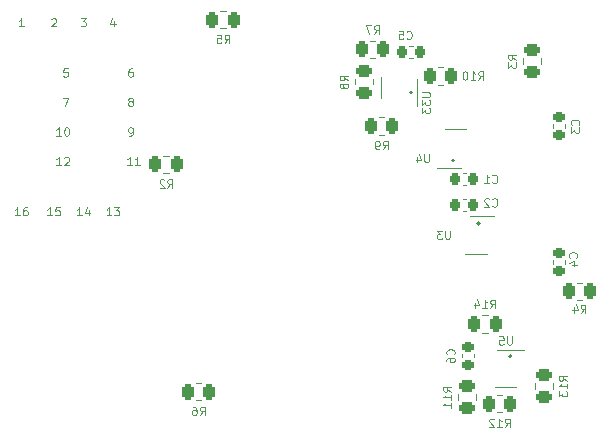
<source format=gbo>
G04 #@! TF.GenerationSoftware,KiCad,Pcbnew,(6.0.0)*
G04 #@! TF.CreationDate,2022-01-21T17:49:37-05:00*
G04 #@! TF.ProjectId,serial_interface,73657269-616c-45f6-996e-746572666163,D1*
G04 #@! TF.SameCoordinates,Original*
G04 #@! TF.FileFunction,Legend,Bot*
G04 #@! TF.FilePolarity,Positive*
%FSLAX45Y45*%
G04 Gerber Fmt 4.5, Leading zero omitted, Abs format (unit mm)*
G04 Created by KiCad (PCBNEW (6.0.0)) date 2022-01-21 17:49:37*
%MOMM*%
%LPD*%
G01*
G04 APERTURE LIST*
G04 Aperture macros list*
%AMRoundRect*
0 Rectangle with rounded corners*
0 $1 Rounding radius*
0 $2 $3 $4 $5 $6 $7 $8 $9 X,Y pos of 4 corners*
0 Add a 4 corners polygon primitive as box body*
4,1,4,$2,$3,$4,$5,$6,$7,$8,$9,$2,$3,0*
0 Add four circle primitives for the rounded corners*
1,1,$1+$1,$2,$3*
1,1,$1+$1,$4,$5*
1,1,$1+$1,$6,$7*
1,1,$1+$1,$8,$9*
0 Add four rect primitives between the rounded corners*
20,1,$1+$1,$2,$3,$4,$5,0*
20,1,$1+$1,$4,$5,$6,$7,0*
20,1,$1+$1,$6,$7,$8,$9,0*
20,1,$1+$1,$8,$9,$2,$3,0*%
G04 Aperture macros list end*
%ADD10C,0.120000*%
%ADD11C,0.200000*%
%ADD12R,0.650000X1.220000*%
%ADD13R,1.220000X0.650000*%
%ADD14R,1.060000X0.650000*%
%ADD15C,1.900000*%
%ADD16RoundRect,0.250000X0.262500X0.450000X-0.262500X0.450000X-0.262500X-0.450000X0.262500X-0.450000X0*%
%ADD17RoundRect,0.250000X0.450000X-0.262500X0.450000X0.262500X-0.450000X0.262500X-0.450000X-0.262500X0*%
%ADD18RoundRect,0.250000X-0.262500X-0.450000X0.262500X-0.450000X0.262500X0.450000X-0.262500X0.450000X0*%
%ADD19RoundRect,0.250000X-0.450000X0.262500X-0.450000X-0.262500X0.450000X-0.262500X0.450000X0.262500X0*%
%ADD20O,2.600000X1.500000*%
%ADD21C,3.200000*%
%ADD22RoundRect,0.225000X-0.250000X0.225000X-0.250000X-0.225000X0.250000X-0.225000X0.250000X0.225000X0*%
%ADD23RoundRect,0.225000X0.225000X0.250000X-0.225000X0.250000X-0.225000X-0.250000X0.225000X-0.250000X0*%
%ADD24RoundRect,0.225000X0.250000X-0.225000X0.250000X0.225000X-0.250000X0.225000X-0.250000X-0.225000X0*%
%ADD25RoundRect,0.225000X-0.225000X-0.250000X0.225000X-0.250000X0.225000X0.250000X-0.225000X0.250000X0*%
G04 APERTURE END LIST*
D10*
X14991667Y-9963333D02*
X15048333Y-9963333D01*
X15055000Y-9966667D01*
X15058333Y-9970000D01*
X15061667Y-9976667D01*
X15061667Y-9990000D01*
X15058333Y-9996667D01*
X15055000Y-10000000D01*
X15048333Y-10003333D01*
X14991667Y-10003333D01*
X14991667Y-10030000D02*
X14991667Y-10073333D01*
X15018333Y-10050000D01*
X15018333Y-10060000D01*
X15021667Y-10066667D01*
X15025000Y-10070000D01*
X15031667Y-10073333D01*
X15048333Y-10073333D01*
X15055000Y-10070000D01*
X15058333Y-10066667D01*
X15061667Y-10060000D01*
X15061667Y-10040000D01*
X15058333Y-10033333D01*
X15055000Y-10030000D01*
X14991667Y-10096667D02*
X14991667Y-10140000D01*
X15018333Y-10116667D01*
X15018333Y-10126667D01*
X15021667Y-10133333D01*
X15025000Y-10136667D01*
X15031667Y-10140000D01*
X15048333Y-10140000D01*
X15055000Y-10136667D01*
X15058333Y-10133333D01*
X15061667Y-10126667D01*
X15061667Y-10106667D01*
X15058333Y-10100000D01*
X15055000Y-10096667D01*
X15753333Y-12031667D02*
X15753333Y-12088333D01*
X15750000Y-12095000D01*
X15746667Y-12098333D01*
X15740000Y-12101667D01*
X15726667Y-12101667D01*
X15720000Y-12098333D01*
X15716667Y-12095000D01*
X15713333Y-12088333D01*
X15713333Y-12031667D01*
X15646667Y-12031667D02*
X15680000Y-12031667D01*
X15683333Y-12065000D01*
X15680000Y-12061667D01*
X15673333Y-12058333D01*
X15656667Y-12058333D01*
X15650000Y-12061667D01*
X15646667Y-12065000D01*
X15643333Y-12071667D01*
X15643333Y-12088333D01*
X15646667Y-12095000D01*
X15650000Y-12098333D01*
X15656667Y-12101667D01*
X15673333Y-12101667D01*
X15680000Y-12098333D01*
X15683333Y-12095000D01*
X15053333Y-10486667D02*
X15053333Y-10543333D01*
X15050000Y-10550000D01*
X15046667Y-10553333D01*
X15040000Y-10556667D01*
X15026667Y-10556667D01*
X15020000Y-10553333D01*
X15016667Y-10550000D01*
X15013333Y-10543333D01*
X15013333Y-10486667D01*
X14950000Y-10510000D02*
X14950000Y-10556667D01*
X14966667Y-10483333D02*
X14983333Y-10533333D01*
X14940000Y-10533333D01*
X15228333Y-11136667D02*
X15228333Y-11193333D01*
X15225000Y-11200000D01*
X15221667Y-11203333D01*
X15215000Y-11206667D01*
X15201667Y-11206667D01*
X15195000Y-11203333D01*
X15191667Y-11200000D01*
X15188333Y-11193333D01*
X15188333Y-11136667D01*
X15161667Y-11136667D02*
X15118333Y-11136667D01*
X15141667Y-11163333D01*
X15131667Y-11163333D01*
X15125000Y-11166667D01*
X15121667Y-11170000D01*
X15118333Y-11176667D01*
X15118333Y-11193333D01*
X15121667Y-11200000D01*
X15125000Y-11203333D01*
X15131667Y-11206667D01*
X15151667Y-11206667D01*
X15158333Y-11203333D01*
X15161667Y-11200000D01*
X11620000Y-9406667D02*
X11580000Y-9406667D01*
X11600000Y-9406667D02*
X11600000Y-9336667D01*
X11593333Y-9346667D01*
X11586667Y-9353333D01*
X11580000Y-9356667D01*
X12511667Y-10331667D02*
X12525000Y-10331667D01*
X12531667Y-10328333D01*
X12535000Y-10325000D01*
X12541667Y-10315000D01*
X12545000Y-10301667D01*
X12545000Y-10275000D01*
X12541667Y-10268333D01*
X12538333Y-10265000D01*
X12531667Y-10261667D01*
X12518333Y-10261667D01*
X12511667Y-10265000D01*
X12508333Y-10268333D01*
X12505000Y-10275000D01*
X12505000Y-10291667D01*
X12508333Y-10298333D01*
X12511667Y-10301667D01*
X12518333Y-10305000D01*
X12531667Y-10305000D01*
X12538333Y-10301667D01*
X12541667Y-10298333D01*
X12545000Y-10291667D01*
X11936667Y-10581667D02*
X11896667Y-10581667D01*
X11916667Y-10581667D02*
X11916667Y-10511667D01*
X11910000Y-10521667D01*
X11903333Y-10528333D01*
X11896667Y-10531667D01*
X11963333Y-10518333D02*
X11966667Y-10515000D01*
X11973333Y-10511667D01*
X11990000Y-10511667D01*
X11996667Y-10515000D01*
X12000000Y-10518333D01*
X12003333Y-10525000D01*
X12003333Y-10531667D01*
X12000000Y-10541667D01*
X11960000Y-10581667D01*
X12003333Y-10581667D01*
X11991667Y-9761667D02*
X11958333Y-9761667D01*
X11955000Y-9795000D01*
X11958333Y-9791667D01*
X11965000Y-9788333D01*
X11981667Y-9788333D01*
X11988333Y-9791667D01*
X11991667Y-9795000D01*
X11995000Y-9801667D01*
X11995000Y-9818333D01*
X11991667Y-9825000D01*
X11988333Y-9828333D01*
X11981667Y-9831667D01*
X11965000Y-9831667D01*
X11958333Y-9828333D01*
X11955000Y-9825000D01*
X11855000Y-9343333D02*
X11858333Y-9340000D01*
X11865000Y-9336667D01*
X11881667Y-9336667D01*
X11888333Y-9340000D01*
X11891667Y-9343333D01*
X11895000Y-9350000D01*
X11895000Y-9356667D01*
X11891667Y-9366667D01*
X11851667Y-9406667D01*
X11895000Y-9406667D01*
X11936667Y-10331667D02*
X11896667Y-10331667D01*
X11916667Y-10331667D02*
X11916667Y-10261667D01*
X11910000Y-10271667D01*
X11903333Y-10278333D01*
X11896667Y-10281667D01*
X11980000Y-10261667D02*
X11986667Y-10261667D01*
X11993333Y-10265000D01*
X11996667Y-10268333D01*
X12000000Y-10275000D01*
X12003333Y-10288333D01*
X12003333Y-10305000D01*
X12000000Y-10318333D01*
X11996667Y-10325000D01*
X11993333Y-10328333D01*
X11986667Y-10331667D01*
X11980000Y-10331667D01*
X11973333Y-10328333D01*
X11970000Y-10325000D01*
X11966667Y-10318333D01*
X11963333Y-10305000D01*
X11963333Y-10288333D01*
X11966667Y-10275000D01*
X11970000Y-10268333D01*
X11973333Y-10265000D01*
X11980000Y-10261667D01*
X12101667Y-9336667D02*
X12145000Y-9336667D01*
X12121667Y-9363333D01*
X12131667Y-9363333D01*
X12138333Y-9366667D01*
X12141667Y-9370000D01*
X12145000Y-9376667D01*
X12145000Y-9393333D01*
X12141667Y-9400000D01*
X12138333Y-9403333D01*
X12131667Y-9406667D01*
X12111667Y-9406667D01*
X12105000Y-9403333D01*
X12101667Y-9400000D01*
X11586667Y-11006667D02*
X11546667Y-11006667D01*
X11566667Y-11006667D02*
X11566667Y-10936667D01*
X11560000Y-10946667D01*
X11553333Y-10953333D01*
X11546667Y-10956667D01*
X11646667Y-10936667D02*
X11633333Y-10936667D01*
X11626667Y-10940000D01*
X11623333Y-10943333D01*
X11616667Y-10953333D01*
X11613333Y-10966667D01*
X11613333Y-10993333D01*
X11616667Y-11000000D01*
X11620000Y-11003333D01*
X11626667Y-11006667D01*
X11640000Y-11006667D01*
X11646667Y-11003333D01*
X11650000Y-11000000D01*
X11653333Y-10993333D01*
X11653333Y-10976667D01*
X11650000Y-10970000D01*
X11646667Y-10966667D01*
X11640000Y-10963333D01*
X11626667Y-10963333D01*
X11620000Y-10966667D01*
X11616667Y-10970000D01*
X11613333Y-10976667D01*
X12361667Y-11006667D02*
X12321667Y-11006667D01*
X12341667Y-11006667D02*
X12341667Y-10936667D01*
X12335000Y-10946667D01*
X12328333Y-10953333D01*
X12321667Y-10956667D01*
X12385000Y-10936667D02*
X12428333Y-10936667D01*
X12405000Y-10963333D01*
X12415000Y-10963333D01*
X12421667Y-10966667D01*
X12425000Y-10970000D01*
X12428333Y-10976667D01*
X12428333Y-10993333D01*
X12425000Y-11000000D01*
X12421667Y-11003333D01*
X12415000Y-11006667D01*
X12395000Y-11006667D01*
X12388333Y-11003333D01*
X12385000Y-11000000D01*
X12538333Y-9761667D02*
X12525000Y-9761667D01*
X12518333Y-9765000D01*
X12515000Y-9768333D01*
X12508333Y-9778333D01*
X12505000Y-9791667D01*
X12505000Y-9818333D01*
X12508333Y-9825000D01*
X12511667Y-9828333D01*
X12518333Y-9831667D01*
X12531667Y-9831667D01*
X12538333Y-9828333D01*
X12541667Y-9825000D01*
X12545000Y-9818333D01*
X12545000Y-9801667D01*
X12541667Y-9795000D01*
X12538333Y-9791667D01*
X12531667Y-9788333D01*
X12518333Y-9788333D01*
X12511667Y-9791667D01*
X12508333Y-9795000D01*
X12505000Y-9801667D01*
X11861667Y-11006667D02*
X11821667Y-11006667D01*
X11841667Y-11006667D02*
X11841667Y-10936667D01*
X11835000Y-10946667D01*
X11828333Y-10953333D01*
X11821667Y-10956667D01*
X11925000Y-10936667D02*
X11891667Y-10936667D01*
X11888333Y-10970000D01*
X11891667Y-10966667D01*
X11898333Y-10963333D01*
X11915000Y-10963333D01*
X11921667Y-10966667D01*
X11925000Y-10970000D01*
X11928333Y-10976667D01*
X11928333Y-10993333D01*
X11925000Y-11000000D01*
X11921667Y-11003333D01*
X11915000Y-11006667D01*
X11898333Y-11006667D01*
X11891667Y-11003333D01*
X11888333Y-11000000D01*
X12388333Y-9360000D02*
X12388333Y-9406667D01*
X12371667Y-9333333D02*
X12355000Y-9383333D01*
X12398333Y-9383333D01*
X12536667Y-10581667D02*
X12496667Y-10581667D01*
X12516667Y-10581667D02*
X12516667Y-10511667D01*
X12510000Y-10521667D01*
X12503333Y-10528333D01*
X12496667Y-10531667D01*
X12603333Y-10581667D02*
X12563333Y-10581667D01*
X12583333Y-10581667D02*
X12583333Y-10511667D01*
X12576667Y-10521667D01*
X12570000Y-10528333D01*
X12563333Y-10531667D01*
X12111667Y-11006667D02*
X12071667Y-11006667D01*
X12091667Y-11006667D02*
X12091667Y-10936667D01*
X12085000Y-10946667D01*
X12078333Y-10953333D01*
X12071667Y-10956667D01*
X12171667Y-10960000D02*
X12171667Y-11006667D01*
X12155000Y-10933333D02*
X12138333Y-10983333D01*
X12181667Y-10983333D01*
X12518333Y-10041667D02*
X12511667Y-10038333D01*
X12508333Y-10035000D01*
X12505000Y-10028333D01*
X12505000Y-10025000D01*
X12508333Y-10018333D01*
X12511667Y-10015000D01*
X12518333Y-10011667D01*
X12531667Y-10011667D01*
X12538333Y-10015000D01*
X12541667Y-10018333D01*
X12545000Y-10025000D01*
X12545000Y-10028333D01*
X12541667Y-10035000D01*
X12538333Y-10038333D01*
X12531667Y-10041667D01*
X12518333Y-10041667D01*
X12511667Y-10045000D01*
X12508333Y-10048333D01*
X12505000Y-10055000D01*
X12505000Y-10068333D01*
X12508333Y-10075000D01*
X12511667Y-10078333D01*
X12518333Y-10081667D01*
X12531667Y-10081667D01*
X12538333Y-10078333D01*
X12541667Y-10075000D01*
X12545000Y-10068333D01*
X12545000Y-10055000D01*
X12541667Y-10048333D01*
X12538333Y-10045000D01*
X12531667Y-10041667D01*
X11951667Y-10011667D02*
X11998333Y-10011667D01*
X11968333Y-10081667D01*
X15570000Y-11791667D02*
X15593333Y-11758333D01*
X15610000Y-11791667D02*
X15610000Y-11721667D01*
X15583333Y-11721667D01*
X15576667Y-11725000D01*
X15573333Y-11728333D01*
X15570000Y-11735000D01*
X15570000Y-11745000D01*
X15573333Y-11751667D01*
X15576667Y-11755000D01*
X15583333Y-11758333D01*
X15610000Y-11758333D01*
X15503333Y-11791667D02*
X15543333Y-11791667D01*
X15523333Y-11791667D02*
X15523333Y-11721667D01*
X15530000Y-11731667D01*
X15536667Y-11738333D01*
X15543333Y-11741667D01*
X15443333Y-11745000D02*
X15443333Y-11791667D01*
X15460000Y-11718333D02*
X15476667Y-11768333D01*
X15433333Y-11768333D01*
X16221667Y-12405000D02*
X16188333Y-12381667D01*
X16221667Y-12365000D02*
X16151667Y-12365000D01*
X16151667Y-12391667D01*
X16155000Y-12398333D01*
X16158333Y-12401667D01*
X16165000Y-12405000D01*
X16175000Y-12405000D01*
X16181667Y-12401667D01*
X16185000Y-12398333D01*
X16188333Y-12391667D01*
X16188333Y-12365000D01*
X16221667Y-12471667D02*
X16221667Y-12431667D01*
X16221667Y-12451667D02*
X16151667Y-12451667D01*
X16161667Y-12445000D01*
X16168333Y-12438333D01*
X16171667Y-12431667D01*
X16151667Y-12495000D02*
X16151667Y-12538333D01*
X16178333Y-12515000D01*
X16178333Y-12525000D01*
X16181667Y-12531667D01*
X16185000Y-12535000D01*
X16191667Y-12538333D01*
X16208333Y-12538333D01*
X16215000Y-12535000D01*
X16218333Y-12531667D01*
X16221667Y-12525000D01*
X16221667Y-12505000D01*
X16218333Y-12498333D01*
X16215000Y-12495000D01*
X15695000Y-12796667D02*
X15718333Y-12763333D01*
X15735000Y-12796667D02*
X15735000Y-12726667D01*
X15708333Y-12726667D01*
X15701667Y-12730000D01*
X15698333Y-12733333D01*
X15695000Y-12740000D01*
X15695000Y-12750000D01*
X15698333Y-12756667D01*
X15701667Y-12760000D01*
X15708333Y-12763333D01*
X15735000Y-12763333D01*
X15628333Y-12796667D02*
X15668333Y-12796667D01*
X15648333Y-12796667D02*
X15648333Y-12726667D01*
X15655000Y-12736667D01*
X15661667Y-12743333D01*
X15668333Y-12746667D01*
X15601667Y-12733333D02*
X15598333Y-12730000D01*
X15591667Y-12726667D01*
X15575000Y-12726667D01*
X15568333Y-12730000D01*
X15565000Y-12733333D01*
X15561667Y-12740000D01*
X15561667Y-12746667D01*
X15565000Y-12756667D01*
X15605000Y-12796667D01*
X15561667Y-12796667D01*
X15241667Y-12500000D02*
X15208333Y-12476667D01*
X15241667Y-12460000D02*
X15171667Y-12460000D01*
X15171667Y-12486667D01*
X15175000Y-12493333D01*
X15178333Y-12496667D01*
X15185000Y-12500000D01*
X15195000Y-12500000D01*
X15201667Y-12496667D01*
X15205000Y-12493333D01*
X15208333Y-12486667D01*
X15208333Y-12460000D01*
X15241667Y-12566667D02*
X15241667Y-12526667D01*
X15241667Y-12546667D02*
X15171667Y-12546667D01*
X15181667Y-12540000D01*
X15188333Y-12533333D01*
X15191667Y-12526667D01*
X15241667Y-12633333D02*
X15241667Y-12593333D01*
X15241667Y-12613333D02*
X15171667Y-12613333D01*
X15181667Y-12606667D01*
X15188333Y-12600000D01*
X15191667Y-12593333D01*
X15470000Y-9856667D02*
X15493333Y-9823333D01*
X15510000Y-9856667D02*
X15510000Y-9786667D01*
X15483333Y-9786667D01*
X15476667Y-9790000D01*
X15473333Y-9793333D01*
X15470000Y-9800000D01*
X15470000Y-9810000D01*
X15473333Y-9816667D01*
X15476667Y-9820000D01*
X15483333Y-9823333D01*
X15510000Y-9823333D01*
X15403333Y-9856667D02*
X15443333Y-9856667D01*
X15423333Y-9856667D02*
X15423333Y-9786667D01*
X15430000Y-9796667D01*
X15436667Y-9803333D01*
X15443333Y-9806667D01*
X15360000Y-9786667D02*
X15353333Y-9786667D01*
X15346667Y-9790000D01*
X15343333Y-9793333D01*
X15340000Y-9800000D01*
X15336667Y-9813333D01*
X15336667Y-9830000D01*
X15340000Y-9843333D01*
X15343333Y-9850000D01*
X15346667Y-9853333D01*
X15353333Y-9856667D01*
X15360000Y-9856667D01*
X15366667Y-9853333D01*
X15370000Y-9850000D01*
X15373333Y-9843333D01*
X15376667Y-9830000D01*
X15376667Y-9813333D01*
X15373333Y-9800000D01*
X15370000Y-9793333D01*
X15366667Y-9790000D01*
X15360000Y-9786667D01*
X14661667Y-10446667D02*
X14685000Y-10413333D01*
X14701667Y-10446667D02*
X14701667Y-10376667D01*
X14675000Y-10376667D01*
X14668333Y-10380000D01*
X14665000Y-10383333D01*
X14661667Y-10390000D01*
X14661667Y-10400000D01*
X14665000Y-10406667D01*
X14668333Y-10410000D01*
X14675000Y-10413333D01*
X14701667Y-10413333D01*
X14628333Y-10446667D02*
X14615000Y-10446667D01*
X14608333Y-10443333D01*
X14605000Y-10440000D01*
X14598333Y-10430000D01*
X14595000Y-10416667D01*
X14595000Y-10390000D01*
X14598333Y-10383333D01*
X14601667Y-10380000D01*
X14608333Y-10376667D01*
X14621667Y-10376667D01*
X14628333Y-10380000D01*
X14631667Y-10383333D01*
X14635000Y-10390000D01*
X14635000Y-10406667D01*
X14631667Y-10413333D01*
X14628333Y-10416667D01*
X14621667Y-10420000D01*
X14608333Y-10420000D01*
X14601667Y-10416667D01*
X14598333Y-10413333D01*
X14595000Y-10406667D01*
X14366667Y-9863333D02*
X14333333Y-9840000D01*
X14366667Y-9823333D02*
X14296667Y-9823333D01*
X14296667Y-9850000D01*
X14300000Y-9856667D01*
X14303333Y-9860000D01*
X14310000Y-9863333D01*
X14320000Y-9863333D01*
X14326667Y-9860000D01*
X14330000Y-9856667D01*
X14333333Y-9850000D01*
X14333333Y-9823333D01*
X14326667Y-9903333D02*
X14323333Y-9896667D01*
X14320000Y-9893333D01*
X14313333Y-9890000D01*
X14310000Y-9890000D01*
X14303333Y-9893333D01*
X14300000Y-9896667D01*
X14296667Y-9903333D01*
X14296667Y-9916667D01*
X14300000Y-9923333D01*
X14303333Y-9926667D01*
X14310000Y-9930000D01*
X14313333Y-9930000D01*
X14320000Y-9926667D01*
X14323333Y-9923333D01*
X14326667Y-9916667D01*
X14326667Y-9903333D01*
X14330000Y-9896667D01*
X14333333Y-9893333D01*
X14340000Y-9890000D01*
X14353333Y-9890000D01*
X14360000Y-9893333D01*
X14363333Y-9896667D01*
X14366667Y-9903333D01*
X14366667Y-9916667D01*
X14363333Y-9923333D01*
X14360000Y-9926667D01*
X14353333Y-9930000D01*
X14340000Y-9930000D01*
X14333333Y-9926667D01*
X14330000Y-9923333D01*
X14326667Y-9916667D01*
X14586667Y-9466667D02*
X14610000Y-9433333D01*
X14626667Y-9466667D02*
X14626667Y-9396667D01*
X14600000Y-9396667D01*
X14593333Y-9400000D01*
X14590000Y-9403333D01*
X14586667Y-9410000D01*
X14586667Y-9420000D01*
X14590000Y-9426667D01*
X14593333Y-9430000D01*
X14600000Y-9433333D01*
X14626667Y-9433333D01*
X14563333Y-9396667D02*
X14516667Y-9396667D01*
X14546667Y-9466667D01*
X13111667Y-12696667D02*
X13135000Y-12663333D01*
X13151667Y-12696667D02*
X13151667Y-12626667D01*
X13125000Y-12626667D01*
X13118333Y-12630000D01*
X13115000Y-12633333D01*
X13111667Y-12640000D01*
X13111667Y-12650000D01*
X13115000Y-12656667D01*
X13118333Y-12660000D01*
X13125000Y-12663333D01*
X13151667Y-12663333D01*
X13051667Y-12626667D02*
X13065000Y-12626667D01*
X13071667Y-12630000D01*
X13075000Y-12633333D01*
X13081667Y-12643333D01*
X13085000Y-12656667D01*
X13085000Y-12683333D01*
X13081667Y-12690000D01*
X13078333Y-12693333D01*
X13071667Y-12696667D01*
X13058333Y-12696667D01*
X13051667Y-12693333D01*
X13048333Y-12690000D01*
X13045000Y-12683333D01*
X13045000Y-12666667D01*
X13048333Y-12660000D01*
X13051667Y-12656667D01*
X13058333Y-12653333D01*
X13071667Y-12653333D01*
X13078333Y-12656667D01*
X13081667Y-12660000D01*
X13085000Y-12666667D01*
X13320417Y-9546667D02*
X13343750Y-9513333D01*
X13360417Y-9546667D02*
X13360417Y-9476667D01*
X13333750Y-9476667D01*
X13327083Y-9480000D01*
X13323750Y-9483333D01*
X13320417Y-9490000D01*
X13320417Y-9500000D01*
X13323750Y-9506667D01*
X13327083Y-9510000D01*
X13333750Y-9513333D01*
X13360417Y-9513333D01*
X13257083Y-9476667D02*
X13290417Y-9476667D01*
X13293750Y-9510000D01*
X13290417Y-9506667D01*
X13283750Y-9503333D01*
X13267083Y-9503333D01*
X13260417Y-9506667D01*
X13257083Y-9510000D01*
X13253750Y-9516667D01*
X13253750Y-9533333D01*
X13257083Y-9540000D01*
X13260417Y-9543333D01*
X13267083Y-9546667D01*
X13283750Y-9546667D01*
X13290417Y-9543333D01*
X13293750Y-9540000D01*
X16336667Y-11831667D02*
X16360000Y-11798333D01*
X16376667Y-11831667D02*
X16376667Y-11761667D01*
X16350000Y-11761667D01*
X16343333Y-11765000D01*
X16340000Y-11768333D01*
X16336667Y-11775000D01*
X16336667Y-11785000D01*
X16340000Y-11791667D01*
X16343333Y-11795000D01*
X16350000Y-11798333D01*
X16376667Y-11798333D01*
X16276667Y-11785000D02*
X16276667Y-11831667D01*
X16293333Y-11758333D02*
X16310000Y-11808333D01*
X16266667Y-11808333D01*
X15791667Y-9688333D02*
X15758333Y-9665000D01*
X15791667Y-9648333D02*
X15721667Y-9648333D01*
X15721667Y-9675000D01*
X15725000Y-9681667D01*
X15728333Y-9685000D01*
X15735000Y-9688333D01*
X15745000Y-9688333D01*
X15751667Y-9685000D01*
X15755000Y-9681667D01*
X15758333Y-9675000D01*
X15758333Y-9648333D01*
X15721667Y-9711667D02*
X15721667Y-9755000D01*
X15748333Y-9731667D01*
X15748333Y-9741667D01*
X15751667Y-9748333D01*
X15755000Y-9751667D01*
X15761667Y-9755000D01*
X15778333Y-9755000D01*
X15785000Y-9751667D01*
X15788333Y-9748333D01*
X15791667Y-9741667D01*
X15791667Y-9721667D01*
X15788333Y-9715000D01*
X15785000Y-9711667D01*
X12836667Y-10771667D02*
X12860000Y-10738333D01*
X12876667Y-10771667D02*
X12876667Y-10701667D01*
X12850000Y-10701667D01*
X12843333Y-10705000D01*
X12840000Y-10708333D01*
X12836667Y-10715000D01*
X12836667Y-10725000D01*
X12840000Y-10731667D01*
X12843333Y-10735000D01*
X12850000Y-10738333D01*
X12876667Y-10738333D01*
X12810000Y-10708333D02*
X12806667Y-10705000D01*
X12800000Y-10701667D01*
X12783333Y-10701667D01*
X12776667Y-10705000D01*
X12773333Y-10708333D01*
X12770000Y-10715000D01*
X12770000Y-10721667D01*
X12773333Y-10731667D01*
X12813333Y-10771667D01*
X12770000Y-10771667D01*
X15263000Y-12183333D02*
X15266333Y-12180000D01*
X15269667Y-12170000D01*
X15269667Y-12163333D01*
X15266333Y-12153333D01*
X15259667Y-12146667D01*
X15253000Y-12143333D01*
X15239667Y-12140000D01*
X15229667Y-12140000D01*
X15216333Y-12143333D01*
X15209667Y-12146667D01*
X15203000Y-12153333D01*
X15199667Y-12163333D01*
X15199667Y-12170000D01*
X15203000Y-12180000D01*
X15206333Y-12183333D01*
X15199667Y-12243333D02*
X15199667Y-12230000D01*
X15203000Y-12223333D01*
X15206333Y-12220000D01*
X15216333Y-12213333D01*
X15229667Y-12210000D01*
X15256333Y-12210000D01*
X15263000Y-12213333D01*
X15266333Y-12216667D01*
X15269667Y-12223333D01*
X15269667Y-12236667D01*
X15266333Y-12243333D01*
X15263000Y-12246667D01*
X15256333Y-12250000D01*
X15239667Y-12250000D01*
X15233000Y-12246667D01*
X15229667Y-12243333D01*
X15226333Y-12236667D01*
X15226333Y-12223333D01*
X15229667Y-12216667D01*
X15233000Y-12213333D01*
X15239667Y-12210000D01*
X14861667Y-9507000D02*
X14865000Y-9510333D01*
X14875000Y-9513667D01*
X14881667Y-9513667D01*
X14891667Y-9510333D01*
X14898333Y-9503667D01*
X14901667Y-9497000D01*
X14905000Y-9483667D01*
X14905000Y-9473667D01*
X14901667Y-9460333D01*
X14898333Y-9453667D01*
X14891667Y-9447000D01*
X14881667Y-9443667D01*
X14875000Y-9443667D01*
X14865000Y-9447000D01*
X14861667Y-9450333D01*
X14798333Y-9443667D02*
X14831667Y-9443667D01*
X14835000Y-9477000D01*
X14831667Y-9473667D01*
X14825000Y-9470333D01*
X14808333Y-9470333D01*
X14801667Y-9473667D01*
X14798333Y-9477000D01*
X14795000Y-9483667D01*
X14795000Y-9500333D01*
X14798333Y-9507000D01*
X14801667Y-9510333D01*
X14808333Y-9513667D01*
X14825000Y-9513667D01*
X14831667Y-9510333D01*
X14835000Y-9507000D01*
X16300000Y-11363333D02*
X16303333Y-11360000D01*
X16306667Y-11350000D01*
X16306667Y-11343333D01*
X16303333Y-11333333D01*
X16296667Y-11326667D01*
X16290000Y-11323333D01*
X16276667Y-11320000D01*
X16266667Y-11320000D01*
X16253333Y-11323333D01*
X16246667Y-11326667D01*
X16240000Y-11333333D01*
X16236667Y-11343333D01*
X16236667Y-11350000D01*
X16240000Y-11360000D01*
X16243333Y-11363333D01*
X16260000Y-11423333D02*
X16306667Y-11423333D01*
X16233333Y-11406667D02*
X16283333Y-11390000D01*
X16283333Y-11433333D01*
X16318000Y-10238333D02*
X16321333Y-10235000D01*
X16324667Y-10225000D01*
X16324667Y-10218333D01*
X16321333Y-10208333D01*
X16314667Y-10201667D01*
X16308000Y-10198333D01*
X16294667Y-10195000D01*
X16284667Y-10195000D01*
X16271333Y-10198333D01*
X16264667Y-10201667D01*
X16258000Y-10208333D01*
X16254667Y-10218333D01*
X16254667Y-10225000D01*
X16258000Y-10235000D01*
X16261333Y-10238333D01*
X16254667Y-10261667D02*
X16254667Y-10305000D01*
X16281333Y-10281667D01*
X16281333Y-10291667D01*
X16284667Y-10298333D01*
X16288000Y-10301667D01*
X16294667Y-10305000D01*
X16311333Y-10305000D01*
X16318000Y-10301667D01*
X16321333Y-10298333D01*
X16324667Y-10291667D01*
X16324667Y-10271667D01*
X16321333Y-10265000D01*
X16318000Y-10261667D01*
X15586667Y-10925000D02*
X15590000Y-10928333D01*
X15600000Y-10931667D01*
X15606667Y-10931667D01*
X15616667Y-10928333D01*
X15623333Y-10921667D01*
X15626667Y-10915000D01*
X15630000Y-10901667D01*
X15630000Y-10891667D01*
X15626667Y-10878333D01*
X15623333Y-10871667D01*
X15616667Y-10865000D01*
X15606667Y-10861667D01*
X15600000Y-10861667D01*
X15590000Y-10865000D01*
X15586667Y-10868333D01*
X15560000Y-10868333D02*
X15556667Y-10865000D01*
X15550000Y-10861667D01*
X15533333Y-10861667D01*
X15526667Y-10865000D01*
X15523333Y-10868333D01*
X15520000Y-10875000D01*
X15520000Y-10881667D01*
X15523333Y-10891667D01*
X15563333Y-10931667D01*
X15520000Y-10931667D01*
X15586667Y-10725000D02*
X15590000Y-10728333D01*
X15600000Y-10731667D01*
X15606667Y-10731667D01*
X15616667Y-10728333D01*
X15623333Y-10721667D01*
X15626667Y-10715000D01*
X15630000Y-10701667D01*
X15630000Y-10691667D01*
X15626667Y-10678333D01*
X15623333Y-10671667D01*
X15616667Y-10665000D01*
X15606667Y-10661667D01*
X15600000Y-10661667D01*
X15590000Y-10665000D01*
X15586667Y-10668333D01*
X15520000Y-10731667D02*
X15560000Y-10731667D01*
X15540000Y-10731667D02*
X15540000Y-10661667D01*
X15546667Y-10671667D01*
X15553333Y-10678333D01*
X15560000Y-10681667D01*
X14951000Y-9855000D02*
X14951000Y-10080000D01*
X14644000Y-10013000D02*
X14644000Y-9837000D01*
D11*
X14910000Y-9965000D02*
G75*
G03*
X14910000Y-9965000I-10000J0D01*
G01*
D10*
X15630000Y-12149000D02*
X15855000Y-12149000D01*
X15788000Y-12456000D02*
X15612000Y-12456000D01*
D11*
X15750000Y-12200000D02*
G75*
G03*
X15750000Y-12200000I-10000J0D01*
G01*
D10*
X15185000Y-10279000D02*
X15365000Y-10279000D01*
X15325000Y-10601000D02*
X15120000Y-10601000D01*
D11*
X15265000Y-10540000D02*
G75*
G03*
X15265000Y-10540000I-10000J0D01*
G01*
D10*
X15540000Y-11336000D02*
X15360000Y-11336000D01*
X15400000Y-11014000D02*
X15605000Y-11014000D01*
D11*
X15480000Y-11075000D02*
G75*
G03*
X15480000Y-11075000I-10000J0D01*
G01*
D10*
X15547706Y-11851500D02*
X15502294Y-11851500D01*
X15547706Y-11998500D02*
X15502294Y-11998500D01*
X16098500Y-12472706D02*
X16098500Y-12427294D01*
X15951500Y-12472706D02*
X15951500Y-12427294D01*
X15627294Y-12673500D02*
X15672706Y-12673500D01*
X15627294Y-12526500D02*
X15672706Y-12526500D01*
X15301500Y-12522294D02*
X15301500Y-12567706D01*
X15448500Y-12522294D02*
X15448500Y-12567706D01*
X15127294Y-9898500D02*
X15172706Y-9898500D01*
X15127294Y-9751500D02*
X15172706Y-9751500D01*
X14627294Y-10323500D02*
X14672706Y-10323500D01*
X14627294Y-10176500D02*
X14672706Y-10176500D01*
X14426500Y-9852294D02*
X14426500Y-9897706D01*
X14573500Y-9852294D02*
X14573500Y-9897706D01*
X14597706Y-9526500D02*
X14552294Y-9526500D01*
X14597706Y-9673500D02*
X14552294Y-9673500D01*
X13077294Y-12573500D02*
X13122706Y-12573500D01*
X13077294Y-12426500D02*
X13122706Y-12426500D01*
X13286044Y-9423500D02*
X13331456Y-9423500D01*
X13286044Y-9276500D02*
X13331456Y-9276500D01*
X16347706Y-11576500D02*
X16302294Y-11576500D01*
X16347706Y-11723500D02*
X16302294Y-11723500D01*
X15851500Y-9677294D02*
X15851500Y-9722706D01*
X15998500Y-9677294D02*
X15998500Y-9722706D01*
X12802294Y-10648500D02*
X12847706Y-10648500D01*
X12802294Y-10501500D02*
X12847706Y-10501500D01*
X15432000Y-12180942D02*
X15432000Y-12209058D01*
X15330000Y-12180942D02*
X15330000Y-12209058D01*
X14914058Y-9574000D02*
X14885942Y-9574000D01*
X14914058Y-9676000D02*
X14885942Y-9676000D01*
X16099000Y-11385942D02*
X16099000Y-11414058D01*
X16201000Y-11385942D02*
X16201000Y-11414058D01*
X16201000Y-10264058D02*
X16201000Y-10235942D01*
X16099000Y-10264058D02*
X16099000Y-10235942D01*
X15335942Y-10751000D02*
X15364058Y-10751000D01*
X15335942Y-10649000D02*
X15364058Y-10649000D01*
X15364058Y-10864000D02*
X15335942Y-10864000D01*
X15364058Y-10966000D02*
X15335942Y-10966000D01*
%LPC*%
D12*
X14895000Y-9794000D03*
X14800000Y-9794000D03*
X14705000Y-9794000D03*
X14705000Y-10056000D03*
X14800000Y-10056000D03*
X14895000Y-10056000D03*
D13*
X15569000Y-12205000D03*
X15569000Y-12300000D03*
X15569000Y-12395000D03*
X15831000Y-12395000D03*
X15831000Y-12300000D03*
X15831000Y-12205000D03*
D14*
X15165000Y-10535000D03*
X15165000Y-10440000D03*
X15165000Y-10345000D03*
X15385000Y-10345000D03*
X15385000Y-10535000D03*
X15560000Y-11080000D03*
X15560000Y-11175000D03*
X15560000Y-11270000D03*
X15340000Y-11270000D03*
X15340000Y-11080000D03*
D15*
X11613000Y-10810000D03*
X11867000Y-10810000D03*
X12121000Y-10810000D03*
X12375000Y-10810000D03*
X12121000Y-10556000D03*
X12375000Y-10556000D03*
X12121000Y-10302000D03*
X12375000Y-10302000D03*
X12375000Y-10048000D03*
X12121000Y-10048000D03*
X12375000Y-9794000D03*
X12121000Y-9794000D03*
X12375000Y-9540000D03*
X12121000Y-9540000D03*
X11867000Y-9540000D03*
X11613000Y-9540000D03*
D16*
X15616250Y-11925000D03*
X15433750Y-11925000D03*
D17*
X16025000Y-12541250D03*
X16025000Y-12358750D03*
D18*
X15558750Y-12600000D03*
X15741250Y-12600000D03*
D19*
X15375000Y-12453750D03*
X15375000Y-12636250D03*
D18*
X15058750Y-9825000D03*
X15241250Y-9825000D03*
X14558750Y-10250000D03*
X14741250Y-10250000D03*
D19*
X14500000Y-9783750D03*
X14500000Y-9966250D03*
D16*
X14666250Y-9600000D03*
X14483750Y-9600000D03*
D18*
X13008750Y-12500000D03*
X13191250Y-12500000D03*
X13217500Y-9350000D03*
X13400000Y-9350000D03*
D16*
X16416250Y-11650000D03*
X16233750Y-11650000D03*
D19*
X15925000Y-9608750D03*
X15925000Y-9791250D03*
D18*
X12733750Y-10575000D03*
X12916250Y-10575000D03*
D20*
X15930388Y-11026000D03*
X15930388Y-11280000D03*
X15930388Y-11534000D03*
X15930388Y-11788000D03*
X16700388Y-11788000D03*
X16700388Y-11026000D03*
X16700388Y-10001000D03*
X16700388Y-10763000D03*
X15930388Y-10763000D03*
X15930388Y-10509000D03*
X15930388Y-10255000D03*
X15930388Y-10001000D03*
D21*
X16525000Y-8800000D03*
X16525000Y-13100000D03*
X10775000Y-8800000D03*
X10775000Y-13100000D03*
D22*
X15381000Y-12272500D03*
X15381000Y-12117500D03*
D23*
X14977500Y-9625000D03*
X14822500Y-9625000D03*
D22*
X16150000Y-11322500D03*
X16150000Y-11477500D03*
D24*
X16150000Y-10327500D03*
X16150000Y-10172500D03*
D25*
X15272500Y-10700000D03*
X15427500Y-10700000D03*
D23*
X15427500Y-10915000D03*
X15272500Y-10915000D03*
M02*

</source>
